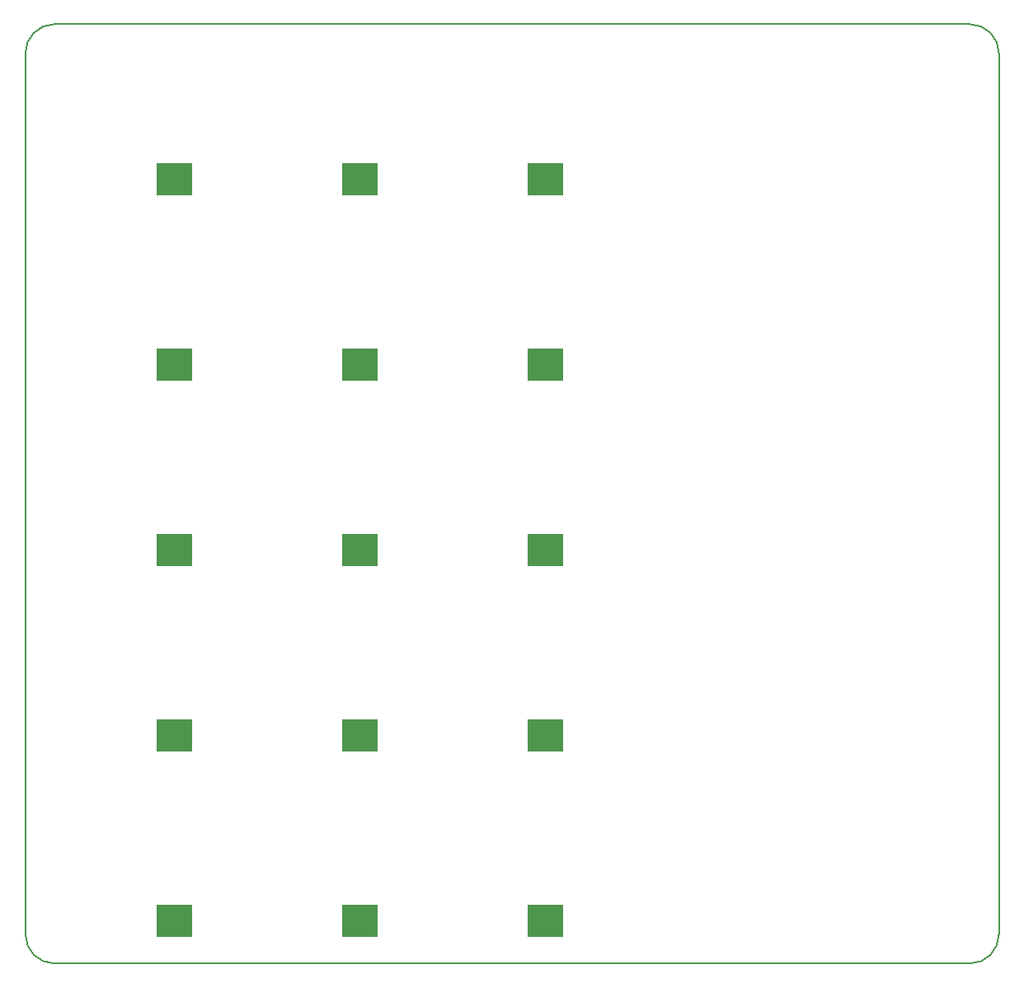
<source format=gbr>
%TF.GenerationSoftware,KiCad,Pcbnew,(6.0.9)*%
%TF.CreationDate,2022-12-04T20:59:25+01:00*%
%TF.ProjectId,FireKey,46697265-4b65-4792-9e6b-696361645f70,0.1.1*%
%TF.SameCoordinates,Original*%
%TF.FileFunction,Profile,NP*%
%FSLAX46Y46*%
G04 Gerber Fmt 4.6, Leading zero omitted, Abs format (unit mm)*
G04 Created by KiCad (PCBNEW (6.0.9)) date 2022-12-04 20:59:25*
%MOMM*%
%LPD*%
G01*
G04 APERTURE LIST*
%TA.AperFunction,Profile*%
%ADD10C,0.200000*%
%TD*%
%TA.AperFunction,Profile*%
%ADD11C,0.120000*%
%TD*%
G04 APERTURE END LIST*
D10*
X53340000Y-144320000D02*
G75*
G03*
X56340000Y-147320000I3000000J0D01*
G01*
X56340000Y-50800000D02*
X150320000Y-50800000D01*
X153320000Y-144320000D02*
X153320000Y-53800000D01*
X153320000Y-53800000D02*
G75*
G03*
X150320000Y-50800000I-3000000J0D01*
G01*
X150320000Y-147320000D02*
G75*
G03*
X153320000Y-144320000I0J3000000D01*
G01*
X150320000Y-147320000D02*
X56340000Y-147320000D01*
X56340000Y-50800000D02*
G75*
G03*
X53340000Y-53800000I0J-3000000D01*
G01*
X53340000Y-53800000D02*
X53340000Y-144320000D01*
D11*
%TO.C,LED5*%
X89430000Y-84125000D02*
X85830000Y-84125000D01*
X85830000Y-84125000D02*
X85830000Y-87325000D01*
X85830000Y-87325000D02*
X89430000Y-87325000D01*
X89430000Y-87325000D02*
X89430000Y-84125000D01*
G36*
X89430000Y-84125000D02*
G01*
X85830000Y-84125000D01*
X85830000Y-87325000D01*
X89430000Y-87325000D01*
X89430000Y-84125000D01*
G37*
%TO.C,LED9*%
X66780000Y-106375000D02*
X70380000Y-106375000D01*
X70380000Y-106375000D02*
X70380000Y-103175000D01*
X70380000Y-103175000D02*
X66780000Y-103175000D01*
X66780000Y-103175000D02*
X66780000Y-106375000D01*
G36*
X66780000Y-106375000D02*
G01*
X70380000Y-106375000D01*
X70380000Y-103175000D01*
X66780000Y-103175000D01*
X66780000Y-106375000D01*
G37*
%TO.C,LED6*%
X108480000Y-84125000D02*
X104880000Y-84125000D01*
X104880000Y-84125000D02*
X104880000Y-87325000D01*
X104880000Y-87325000D02*
X108480000Y-87325000D01*
X108480000Y-87325000D02*
X108480000Y-84125000D01*
G36*
X108480000Y-84125000D02*
G01*
X104880000Y-84125000D01*
X104880000Y-87325000D01*
X108480000Y-87325000D01*
X108480000Y-84125000D01*
G37*
%TO.C,LED1*%
X104880000Y-68275000D02*
X108480000Y-68275000D01*
X108480000Y-68275000D02*
X108480000Y-65075000D01*
X108480000Y-65075000D02*
X104880000Y-65075000D01*
X104880000Y-65075000D02*
X104880000Y-68275000D01*
G36*
X104880000Y-68275000D02*
G01*
X108480000Y-68275000D01*
X108480000Y-65075000D01*
X104880000Y-65075000D01*
X104880000Y-68275000D01*
G37*
%TO.C,LED3*%
X66780000Y-68275000D02*
X70380000Y-68275000D01*
X70380000Y-68275000D02*
X70380000Y-65075000D01*
X70380000Y-65075000D02*
X66780000Y-65075000D01*
X66780000Y-65075000D02*
X66780000Y-68275000D01*
G36*
X66780000Y-68275000D02*
G01*
X70380000Y-68275000D01*
X70380000Y-65075000D01*
X66780000Y-65075000D01*
X66780000Y-68275000D01*
G37*
%TO.C,LED10*%
X70380000Y-122225000D02*
X66780000Y-122225000D01*
X66780000Y-122225000D02*
X66780000Y-125425000D01*
X66780000Y-125425000D02*
X70380000Y-125425000D01*
X70380000Y-125425000D02*
X70380000Y-122225000D01*
G36*
X70380000Y-122225000D02*
G01*
X66780000Y-122225000D01*
X66780000Y-125425000D01*
X70380000Y-125425000D01*
X70380000Y-122225000D01*
G37*
%TO.C,LED15*%
X66780000Y-144475000D02*
X70380000Y-144475000D01*
X70380000Y-144475000D02*
X70380000Y-141275000D01*
X70380000Y-141275000D02*
X66780000Y-141275000D01*
X66780000Y-141275000D02*
X66780000Y-144475000D01*
G36*
X66780000Y-144475000D02*
G01*
X70380000Y-144475000D01*
X70380000Y-141275000D01*
X66780000Y-141275000D01*
X66780000Y-144475000D01*
G37*
%TO.C,LED12*%
X108480000Y-122225000D02*
X104880000Y-122225000D01*
X104880000Y-122225000D02*
X104880000Y-125425000D01*
X104880000Y-125425000D02*
X108480000Y-125425000D01*
X108480000Y-125425000D02*
X108480000Y-122225000D01*
G36*
X108480000Y-122225000D02*
G01*
X104880000Y-122225000D01*
X104880000Y-125425000D01*
X108480000Y-125425000D01*
X108480000Y-122225000D01*
G37*
%TO.C,LED11*%
X89430000Y-122225000D02*
X85830000Y-122225000D01*
X85830000Y-122225000D02*
X85830000Y-125425000D01*
X85830000Y-125425000D02*
X89430000Y-125425000D01*
X89430000Y-125425000D02*
X89430000Y-122225000D01*
G36*
X89430000Y-122225000D02*
G01*
X85830000Y-122225000D01*
X85830000Y-125425000D01*
X89430000Y-125425000D01*
X89430000Y-122225000D01*
G37*
%TO.C,LED7*%
X104880000Y-106375000D02*
X108480000Y-106375000D01*
X108480000Y-106375000D02*
X108480000Y-103175000D01*
X108480000Y-103175000D02*
X104880000Y-103175000D01*
X104880000Y-103175000D02*
X104880000Y-106375000D01*
G36*
X104880000Y-106375000D02*
G01*
X108480000Y-106375000D01*
X108480000Y-103175000D01*
X104880000Y-103175000D01*
X104880000Y-106375000D01*
G37*
%TO.C,LED13*%
X104880000Y-144475000D02*
X108480000Y-144475000D01*
X108480000Y-144475000D02*
X108480000Y-141275000D01*
X108480000Y-141275000D02*
X104880000Y-141275000D01*
X104880000Y-141275000D02*
X104880000Y-144475000D01*
G36*
X104880000Y-144475000D02*
G01*
X108480000Y-144475000D01*
X108480000Y-141275000D01*
X104880000Y-141275000D01*
X104880000Y-144475000D01*
G37*
%TO.C,LED8*%
X85830000Y-106375000D02*
X89430000Y-106375000D01*
X89430000Y-106375000D02*
X89430000Y-103175000D01*
X89430000Y-103175000D02*
X85830000Y-103175000D01*
X85830000Y-103175000D02*
X85830000Y-106375000D01*
G36*
X85830000Y-106375000D02*
G01*
X89430000Y-106375000D01*
X89430000Y-103175000D01*
X85830000Y-103175000D01*
X85830000Y-106375000D01*
G37*
%TO.C,LED14*%
X85830000Y-144475000D02*
X89430000Y-144475000D01*
X89430000Y-144475000D02*
X89430000Y-141275000D01*
X89430000Y-141275000D02*
X85830000Y-141275000D01*
X85830000Y-141275000D02*
X85830000Y-144475000D01*
G36*
X85830000Y-144475000D02*
G01*
X89430000Y-144475000D01*
X89430000Y-141275000D01*
X85830000Y-141275000D01*
X85830000Y-144475000D01*
G37*
%TO.C,LED4*%
X70380000Y-84125000D02*
X66780000Y-84125000D01*
X66780000Y-84125000D02*
X66780000Y-87325000D01*
X66780000Y-87325000D02*
X70380000Y-87325000D01*
X70380000Y-87325000D02*
X70380000Y-84125000D01*
G36*
X70380000Y-84125000D02*
G01*
X66780000Y-84125000D01*
X66780000Y-87325000D01*
X70380000Y-87325000D01*
X70380000Y-84125000D01*
G37*
%TO.C,LED2*%
X85830000Y-68275000D02*
X89430000Y-68275000D01*
X89430000Y-68275000D02*
X89430000Y-65075000D01*
X89430000Y-65075000D02*
X85830000Y-65075000D01*
X85830000Y-65075000D02*
X85830000Y-68275000D01*
G36*
X85830000Y-68275000D02*
G01*
X89430000Y-68275000D01*
X89430000Y-65075000D01*
X85830000Y-65075000D01*
X85830000Y-68275000D01*
G37*
%TD*%
M02*

</source>
